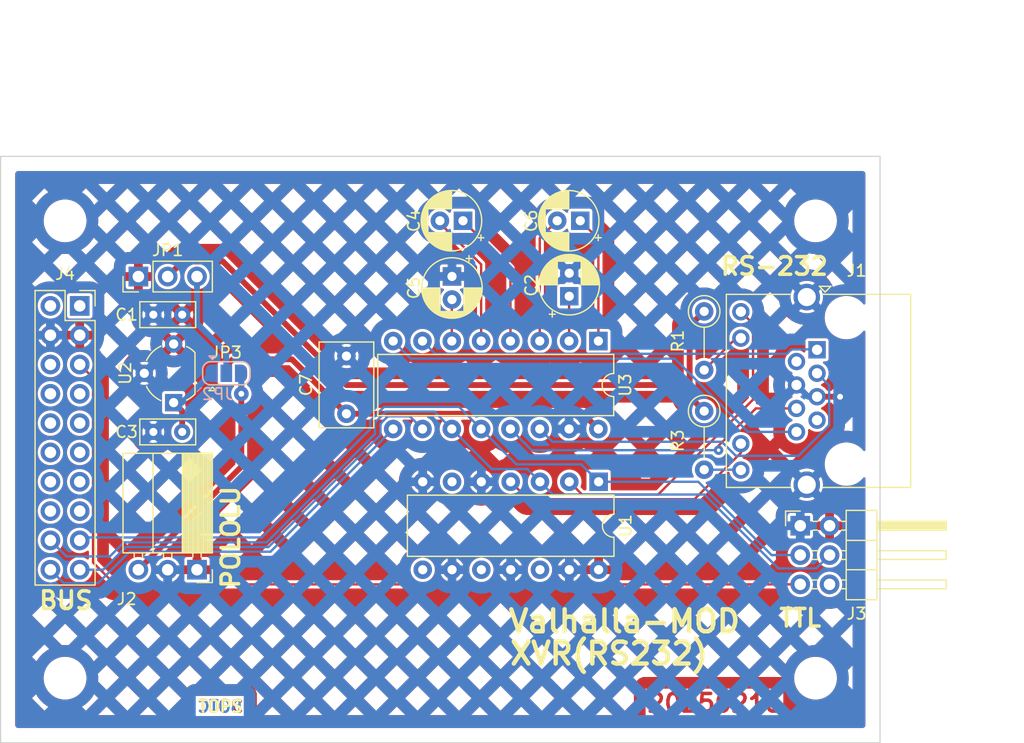
<source format=kicad_pcb>
(kicad_pcb (version 20240108) (generator "pcbnew") (generator_version "8.0")
  (title_block (title "Valhalla MOD PSU") (date "2025-01-06") (rev "1"))
  (layers (0 "F.Cu" signal) (31 "B.Cu" signal) (34 "B.Paste" user) (35 "F.Paste" user) (36 "B.SilkS" user "B.Silkscreen") (37 "F.SilkS" user "F.Silkscreen") (38 "B.Mask" user) (39 "F.Mask" user) (44 "Edge.Cuts" user))
  (net 0 "")
  (net 1 "/DGND")
  (net 2 "Net-(U3-VS+)")
  (net 3 "Net-(JP2-A)")
  (net 4 "/~{RTS}")
  (net 5 "Net-(U3-C2-)")
  (net 6 "Net-(U3-C2+)")
  (net 7 "/RXDI")
  (net 8 "Net-(U3-VS-)")
  (net 9 "Net-(U3-C1-)")
  (net 10 "Net-(U3-C1+)")
  (net 11 "/DVCC")
  (net 12 "/~{RESET}")
  (net 13 "/TXDO")
  (net 14 "Net-(U3-R2IN)")
  (net 16 "/~{DCD}")
  (net 18 "Net-(U3-T2OUT)")
  (net 19 "Net-(U3-R1IN)")
  (net 20 "Net-(U3-T1OUT)")
  (net 21 "Net-(J2-Pin_3)")
  (net 36 "/LVCC")
  (net 37 "Net-(JP1-B)")
  (net 38 "Net-(JP3-C)")
  (net 43 "Net-(J1-Pad11)")
  (net 44 "Net-(J1-Pad9)")
  (net 45 "Net-(J1-Pad10)")
  (net 46 "Net-(J1-Pad12)")
  (footprint "Capacitor_THT:C_Rect_L4.6mm_W2.0mm_P2.50mm_MKS02_FKP02" (layer "F.Cu") (at 84.316 59.436 180)
    (property "Reference" "C3" (at 4.814 0 0) (layer "F.SilkS"))
    (property "Value" "0.1uF")
    (pad "1" thru_hole circle (at 0 0 180) (size 1.4 1.4) (drill 0.7) (layers "*.Cu" "*.Mask") (net 3 "Net-(JP2-A)"))
    (pad "2" thru_hole circle (at 2.5 0 180) (size 1.4 1.4) (drill 0.7) (layers "*.Cu" "*.Mask") (net 1 "/DGND"))
  )
  (footprint "Capacitor_THT:CP_Radial_D5.0mm_P2.00mm" (layer "F.Cu") (at 108.646113 41.138 180)
    (property "Reference" "C4" (at 4.252113 -0.01 90) (layer "F.SilkS"))
    (property "Value" "1uF")
    (pad "1" thru_hole rect (at 0 0 180) (size 1.6 1.6) (drill 0.8) (layers "*.Cu" "*.Mask") (net 6 "Net-(U3-C2+)"))
    (pad "2" thru_hole circle (at 2 0 180) (size 1.6 1.6) (drill 0.8) (layers "*.Cu" "*.Mask") (net 5 "Net-(U3-C2-)"))
  )
  (footprint "MountingHole:MountingHole_3.2mm_M3_ISO7380" (layer "F.Cu") (at 139.192 41.148)
    (property "Reference" "H1" (hide yes))
    (property "Value" "UI")
    (pad "" np_thru_hole circle (at 0 0) (size 3.2 3.2) (drill 3.2) (layers "*.Cu" "*.Mask"))
  )
  (footprint "Package_DIP:DIP-16_W7.62mm" (layer "F.Cu") (at 120.376 51.562 -90)
    (property "Reference" "U3" (at 3.81 -2.33 90) (layer "F.SilkS"))
    (property "Value" "*2")
    (pad "1" thru_hole rect (at 0 0 270) (size 1.6 1.6) (drill 0.8) (layers "*.Cu" "*.Mask") (net 10 "Net-(U3-C1+)"))
    (pad "2" thru_hole oval (at 0 2.54 270) (size 1.6 1.6) (drill 0.8) (layers "*.Cu" "*.Mask") (net 2 "Net-(U3-VS+)"))
    (pad "3" thru_hole oval (at 0 5.08 270) (size 1.6 1.6) (drill 0.8) (layers "*.Cu" "*.Mask") (net 9 "Net-(U3-C1-)"))
    (pad "4" thru_hole oval (at 0 7.62 270) (size 1.6 1.6) (drill 0.8) (layers "*.Cu" "*.Mask") (net 6 "Net-(U3-C2+)"))
    (pad "5" thru_hole oval (at 0 10.16 270) (size 1.6 1.6) (drill 0.8) (layers "*.Cu" "*.Mask") (net 5 "Net-(U3-C2-)"))
    (pad "6" thru_hole oval (at 0 12.7 270) (size 1.6 1.6) (drill 0.8) (layers "*.Cu" "*.Mask") (net 8 "Net-(U3-VS-)"))
    (pad "7" thru_hole oval (at 0 15.24 270) (size 1.6 1.6) (drill 0.8) (layers "*.Cu" "*.Mask") (net 18 "Net-(U3-T2OUT)"))
    (pad "8" thru_hole oval (at 0 17.78 270) (size 1.6 1.6) (drill 0.8) (layers "*.Cu" "*.Mask") (net 14 "Net-(U3-R2IN)"))
    (pad "9" thru_hole oval (at 7.62 17.78 270) (size 1.6 1.6) (drill 0.8) (layers "*.Cu" "*.Mask") (net 16 "/~{DCD}"))
    (pad "10" thru_hole oval (at 7.62 15.24 270) (size 1.6 1.6) (drill 0.8) (layers "*.Cu" "*.Mask") (net 4 "/~{RTS}"))
    (pad "11" thru_hole oval (at 7.62 12.7 270) (size 1.6 1.6) (drill 0.8) (layers "*.Cu" "*.Mask") (net 13 "/TXDO"))
    (pad "12" thru_hole oval (at 7.62 10.16 270) (size 1.6 1.6) (drill 0.8) (layers "*.Cu" "*.Mask") (net 7 "/RXDI"))
    (pad "13" thru_hole oval (at 7.62 7.62 270) (size 1.6 1.6) (drill 0.8) (layers "*.Cu" "*.Mask") (net 19 "Net-(U3-R1IN)"))
    (pad "14" thru_hole oval (at 7.62 5.08 270) (size 1.6 1.6) (drill 0.8) (layers "*.Cu" "*.Mask") (net 20 "Net-(U3-T1OUT)"))
    (pad "15" thru_hole oval (at 7.62 2.54 270) (size 1.6 1.6) (drill 0.8) (layers "*.Cu" "*.Mask") (net 1 "/DGND"))
    (pad "16" thru_hole oval (at 7.62 0 270) (size 1.6 1.6) (drill 0.8) (layers "*.Cu" "*.Mask") (net 38 "Net-(JP3-C)"))
  )
  (footprint "Package_DIP:DIP-14_W7.62mm" (layer "F.Cu") (at 120.396 63.754 -90)
    (property "Reference" "U1" (at 3.81 -2.33 90) (layer "F.SilkS"))
    (property "Value" "74LS06")
    (pad "1" thru_hole rect (at 0 0 270) (size 1.6 1.6) (drill 0.8) (layers "*.Cu" "*.Mask") (net 7 "/RXDI"))
    (pad "2" thru_hole oval (at 0 2.54 270) (size 1.6 1.6) (drill 0.8) (layers "*.Cu" "*.Mask") (net 44 "Net-(J1-Pad9)"))
    (pad "3" thru_hole oval (at 0 5.08 270) (size 1.6 1.6) (drill 0.8) (layers "*.Cu" "*.Mask") (net 13 "/TXDO"))
    (pad "4" thru_hole oval (at 0 7.62 270) (size 1.6 1.6) (drill 0.8) (layers "*.Cu" "*.Mask") (net 43 "Net-(J1-Pad11)"))
    (pad "5" thru_hole oval (at 0 10.16 270) (size 1.6 1.6) (drill 0.8) (layers "*.Cu" "*.Mask") (net 1 "/DGND"))
    (pad "6" thru_hole oval (at 0 12.7 270) (size 1.6 1.6) (drill 0.8) (layers "*.Cu" "*.Mask"))
    (pad "7" thru_hole oval (at 0 15.24 270) (size 1.6 1.6) (drill 0.8) (layers "*.Cu" "*.Mask") (net 1 "/DGND"))
    (pad "8" thru_hole oval (at 7.62 15.24 270) (size 1.6 1.6) (drill 0.8) (layers "*.Cu" "*.Mask"))
    (pad "9" thru_hole oval (at 7.62 12.7 270) (size 1.6 1.6) (drill 0.8) (layers "*.Cu" "*.Mask") (net 1 "/DGND"))
    (pad "10" thru_hole oval (at 7.62 10.16 270) (size 1.6 1.6) (drill 0.8) (layers "*.Cu" "*.Mask"))
    (pad "11" thru_hole oval (at 7.62 7.62 270) (size 1.6 1.6) (drill 0.8) (layers "*.Cu" "*.Mask") (net 1 "/DGND"))
    (pad "12" thru_hole oval (at 7.62 5.08 270) (size 1.6 1.6) (drill 0.8) (layers "*.Cu" "*.Mask"))
    (pad "13" thru_hole oval (at 7.62 2.54 270) (size 1.6 1.6) (drill 0.8) (layers "*.Cu" "*.Mask") (net 1 "/DGND"))
    (pad "14" thru_hole oval (at 7.62 0 270) (size 1.6 1.6) (drill 0.8) (layers "*.Cu" "*.Mask") (net 11 "/DVCC"))
  )
  (footprint "Capacitor_THT:C_Rect_L7.2mm_W4.5mm_P5.00mm_FKS2_FKP2_MKS2_MKP2" (layer "F.Cu") (at 98.547 57.862 90)
    (property "Reference" "C7" (at 2.5 -3.5 90) (layer "F.SilkS"))
    (property "Value" "0.1uF")
    (pad "1" thru_hole circle (at 0 0 90) (size 1.6 1.6) (drill 0.8) (layers "*.Cu" "*.Mask") (net 38 "Net-(JP3-C)"))
    (pad "2" thru_hole circle (at 5 0 90) (size 1.6 1.6) (drill 0.8) (layers "*.Cu" "*.Mask") (net 1 "/DGND"))
  )
  (footprint "Capacitor_THT:C_Rect_L4.6mm_W2.0mm_P2.50mm_MKS02_FKP02" (layer "F.Cu") (at 84.316 49.276 180)
    (property "Reference" "C1" (at 4.814 0 0) (layer "F.SilkS"))
    (property "Value" "330nF")
    (pad "1" thru_hole circle (at 0 0 180) (size 1.4 1.4) (drill 0.7) (layers "*.Cu" "*.Mask") (net 11 "/DVCC"))
    (pad "2" thru_hole circle (at 2.5 0 180) (size 1.4 1.4) (drill 0.7) (layers "*.Cu" "*.Mask") (net 1 "/DGND"))
  )
  (footprint "Connector_RJ:RJ45_Amphenol_RJHSE538X" (layer "F.Cu") (at 139.321 52.32 -90)
    (property "Reference" "J1" (at -6.854 -3.427 180) (layer "F.SilkS"))
    (property "Value" "RS-232")
    (pad "" np_thru_hole circle (at -2.79 -2.54 270) (size 3.25 3.25) (drill 3.25) (layers "*.Cu" "*.Mask"))
    (pad "" np_thru_hole circle (at 9.91 -2.54 270) (size 3.25 3.25) (drill 3.25) (layers "*.Cu" "*.Mask"))
    (pad "1" thru_hole rect (at 0 0 270) (size 1.5 1.5) (drill 0.89) (layers "*.Cu" "*.Mask") (net 18 "Net-(U3-T2OUT)"))
    (pad "2" thru_hole circle (at 1.016 1.78 270) (size 1.5 1.5) (drill 0.89) (layers "*.Cu" "*.Mask"))
    (pad "3" thru_hole circle (at 2.032 0 270) (size 1.5 1.5) (drill 0.89) (layers "*.Cu" "*.Mask") (net 20 "Net-(U3-T1OUT)"))
    (pad "4" thru_hole circle (at 3.048 1.78 270) (size 1.5 1.5) (drill 0.89) (layers "*.Cu" "*.Mask") (net 1 "/DGND"))
    (pad "5" thru_hole circle (at 4.064 0 270) (size 1.5 1.5) (drill 0.89) (layers "*.Cu" "*.Mask") (net 1 "/DGND"))
    (pad "6" thru_hole circle (at 5.08 1.78 270) (size 1.5 1.5) (drill 0.89) (layers "*.Cu" "*.Mask") (net 19 "Net-(U3-R1IN)"))
    (pad "7" thru_hole circle (at 6.096 0 270) (size 1.5 1.5) (drill 0.89) (layers "*.Cu" "*.Mask"))
    (pad "8" thru_hole circle (at 7.112 1.78 270) (size 1.5 1.5) (drill 0.89) (layers "*.Cu" "*.Mask") (net 14 "Net-(U3-R2IN)"))
    (pad "9" thru_hole circle (at -3.3 6.6 270) (size 1.5 1.5) (drill 0.89) (layers "*.Cu" "*.Mask") (net 44 "Net-(J1-Pad9)"))
    (pad "10" thru_hole circle (at -1.01 6.6 270) (size 1.5 1.5) (drill 0.89) (layers "*.Cu" "*.Mask") (net 45 "Net-(J1-Pad10)"))
    (pad "11" thru_hole circle (at 8.13 6.6 270) (size 1.5 1.5) (drill 0.89) (layers "*.Cu" "*.Mask") (net 43 "Net-(J1-Pad11)"))
    (pad "12" thru_hole circle (at 10.42 6.6 270) (size 1.5 1.5) (drill 0.89) (layers "*.Cu" "*.Mask") (net 46 "Net-(J1-Pad12)"))
    (pad "SH" thru_hole circle (at -4.57 0.89 270) (size 2.3 2.3) (drill 1.57) (layers "*.Cu" "*.Mask") (net 1 "/DGND"))
    (pad "SH" thru_hole circle (at 11.69 0.89 270) (size 2.3 2.3) (drill 1.57) (layers "*.Cu" "*.Mask") (net 1 "/DGND"))
  )
  (footprint "Connector_PinHeader_2.54mm:PinHeader_1x03_P2.54mm_Vertical" (layer "F.Cu") (at 80.518 45.974 90)
    (property "Reference" "JP1" (at 2.286 2.54 180) (layer "F.SilkS"))
    (property "Value" "LED_VCC3")
    (pad "1" thru_hole rect (at 0 0 90) (size 1.7 1.7) (drill 1) (layers "*.Cu" "*.Mask") (net 11 "/DVCC"))
    (pad "2" thru_hole oval (at 0 2.54 90) (size 1.7 1.7) (drill 1) (layers "*.Cu" "*.Mask") (net 36 "/LVCC"))
    (pad "3" thru_hole oval (at 0 5.08 90) (size 1.7 1.7) (drill 1) (layers "*.Cu" "*.Mask") (net 37 "Net-(JP1-B)"))
  )
  (footprint "Capacitor_THT:CP_Radial_D5.0mm_P2.00mm" (layer "F.Cu") (at 107.691 45.964 -90)
    (property "Reference" "C5" (at 1 3.297 90) (layer "F.SilkS"))
    (property "Value" "1uF")
    (pad "1" thru_hole rect (at 0 0 270) (size 1.6 1.6) (drill 0.8) (layers "*.Cu" "*.Mask") (net 1 "/DGND"))
    (pad "2" thru_hole circle (at 2 0 270) (size 1.6 1.6) (drill 0.8) (layers "*.Cu" "*.Mask") (net 8 "Net-(U3-VS-)"))
  )
  (footprint "Connector_PinHeader_2.54mm:PinHeader_2x03_P2.54mm_Horizontal" (layer "F.Cu") (at 137.865 67.564)
    (property "Reference" "J3" (at 4.883 7.62 0) (layer "F.SilkS"))
    (property "Value" "TTL")
    (pad "1" thru_hole rect (at 0 0) (size 1.7 1.7) (drill 1) (layers "*.Cu" "*.Mask") (net 1 "/DGND"))
    (pad "2" thru_hole oval (at 2.54 0) (size 1.7 1.7) (drill 1) (layers "*.Cu" "*.Mask") (net 11 "/DVCC"))
    (pad "3" thru_hole oval (at 0 2.54) (size 1.7 1.7) (drill 1) (layers "*.Cu" "*.Mask") (net 7 "/RXDI"))
    (pad "4" thru_hole oval (at 2.54 2.54) (size 1.7 1.7) (drill 1) (layers "*.Cu" "*.Mask") (net 13 "/TXDO"))
    (pad "5" thru_hole oval (at 0 5.08) (size 1.7 1.7) (drill 1) (layers "*.Cu" "*.Mask") (net 12 "/~{RESET}"))
    (pad "6" thru_hole oval (at 2.54 5.08) (size 1.7 1.7) (drill 1) (layers "*.Cu" "*.Mask"))
  )
  (footprint "Resistor_THT:R_Axial_DIN0207_L6.3mm_D2.5mm_P5.08mm_Vertical" (layer "F.Cu") (at 129.54 57.629 -90)
    (property "Reference" "R3" (at 2.569 2.286 90) (layer "F.SilkS"))
    (property "Value" "*1")
    (pad "1" thru_hole circle (at 0 0 270) (size 1.6 1.6) (drill 0.8) (layers "*.Cu" "*.Mask") (net 36 "/LVCC"))
    (pad "2" thru_hole oval (at 5.08 0 270) (size 1.6 1.6) (drill 0.8) (layers "*.Cu" "*.Mask") (net 46 "Net-(J1-Pad12)"))
  )
  (footprint "Jumper:SolderJumper-3_P1.3mm_Open_RoundedPad1.0x1.5mm" (layer "F.Cu") (at 88.138 54.356)
    (property "Reference" "JP3" (at 0 -1.8 360) (layer "F.SilkS"))
    (property "Value" "XVR_VCC")
    (pad "1" smd custom (at -1.3 0) (size 1 0.5) (layers "F.Cu" "F.Mask") (net 11 "/DVCC") (options (clearance outline) (anchor rect)) (primitives (gr_circle (center 0 0.25) (end 0.5 0.25) (width 0) (fill yes)) (gr_circle (center 0 -0.25) (end 0.5 -0.25) (width 0) (fill yes)) (gr_poly (pts (xy 0.55 0.75) (xy 0 0.75) (xy 0 -0.75) (xy 0.55 -0.75)) (width 0) (fill yes))))
    (pad "2" smd rect (at 0 0) (size 1 1.5) (layers "F.Cu" "F.Mask") (net 38 "Net-(JP3-C)"))
    (pad "3" smd custom (at 1.3 0) (size 1 0.5) (layers "F.Cu" "F.Mask") (net 21 "Net-(J2-Pin_3)") (options (clearance outline) (anchor rect)) (primitives (gr_circle (center 0 0.25) (end 0.5 0.25) (width 0) (fill yes)) (gr_circle (center 0 -0.25) (end 0.5 -0.25) (width 0) (fill yes)) (gr_poly (pts (xy 0 0.75) (xy -0.55 0.75) (xy -0.55 -0.75) (xy 0 -0.75)) (width 0) (fill yes))))
  )
  (footprint "MountingHole:MountingHole_3.2mm_M3_ISO7380" (layer "F.Cu") (at 74.168 80.772)
    (property "Reference" "H4" (hide yes))
    (property "Value" "BUS")
    (pad "" np_thru_hole circle (at 0 0) (size 3.2 3.2) (drill 3.2) (layers "*.Cu" "*.Mask"))
  )
  (footprint "Capacitor_THT:CP_Radial_D5.0mm_P2.00mm" (layer "F.Cu") (at 118.806113 41.138 180)
    (property "Reference" "C6" (at 4.252113 -0.01 90) (layer "F.SilkS"))
    (property "Value" "1uF")
    (pad "1" thru_hole rect (at 0 0 180) (size 1.6 1.6) (drill 0.8) (layers "*.Cu" "*.Mask") (net 10 "Net-(U3-C1+)"))
    (pad "2" thru_hole circle (at 2 0 180) (size 1.6 1.6) (drill 0.8) (layers "*.Cu" "*.Mask") (net 9 "Net-(U3-C1-)"))
  )
  (footprint "Connector_PinSocket_2.54mm:PinSocket_1x03_P2.54mm_Horizontal" (layer "F.Cu") (at 85.598 71.374 -90)
    (property "Reference" "J2" (at 2.54 6.096 180) (layer "F.SilkS"))
    (property "Value" "POLOLU-4941")
    (pad "1" thru_hole rect (at 0 0 270) (size 1.7 1.7) (drill 1) (layers "*.Cu" "*.Mask") (net 11 "/DVCC"))
    (pad "2" thru_hole oval (at 0 2.54 270) (size 1.7 1.7) (drill 1) (layers "*.Cu" "*.Mask") (net 1 "/DGND"))
    (pad "3" thru_hole oval (at 0 5.08 270) (size 1.7 1.7) (drill 1) (layers "*.Cu" "*.Mask") (net 21 "Net-(J2-Pin_3)"))
  )
  (footprint "Resistor_THT:R_Axial_DIN0207_L6.3mm_D2.5mm_P5.08mm_Vertical" (layer "F.Cu") (at 129.54 48.993 -90)
    (property "Reference" "R1" (at 2.569 2.286 90) (layer "F.SilkS"))
    (property "Value" "*1")
    (pad "1" thru_hole circle (at 0 0 270) (size 1.6 1.6) (drill 0.8) (layers "*.Cu" "*.Mask") (net 36 "/LVCC"))
    (pad "2" thru_hole oval (at 5.08 0 270) (size 1.6 1.6) (drill 0.8) (layers "*.Cu" "*.Mask") (net 45 "Net-(J1-Pad10)"))
  )
  (footprint "MountingHole:MountingHole_3.2mm_M3_ISO7380" (layer "F.Cu") (at 139.192 80.772)
    (property "Reference" "H2" (hide yes))
    (property "Value" "UI")
    (pad "" np_thru_hole circle (at 0 0) (size 3.2 3.2) (drill 3.2) (layers "*.Cu" "*.Mask"))
  )
  (footprint "Connector_PinSocket_2.54mm:PinSocket_2x10_P2.54mm_Vertical" (layer "F.Cu") (at 75.438 48.514)
    (property "Reference" "J4" (at -1.27 -2.77 0) (layer "F.SilkS"))
    (property "Value" "BUS")
    (pad "1" thru_hole rect (at 0 0) (size 1.7 1.7) (drill 1) (layers "*.Cu" "*.Mask"))
    (pad "2" thru_hole oval (at -2.54 0) (size 1.7 1.7) (drill 1) (layers "*.Cu" "*.Mask"))
    (pad "3" thru_hole oval (at 0 2.54) (size 1.7 1.7) (drill 1) (layers "*.Cu" "*.Mask") (net 11 "/DVCC"))
    (pad "4" thru_hole oval (at -2.54 2.54) (size 1.7 1.7) (drill 1) (layers "*.Cu" "*.Mask") (net 1 "/DGND"))
    (pad "5" thru_hole oval (at 0 5.08) (size 1.7 1.7) (drill 1) (layers "*.Cu" "*.Mask") (net 12 "/~{RESET}"))
    (pad "6" thru_hole oval (at -2.54 5.08) (size 1.7 1.7) (drill 1) (layers "*.Cu" "*.Mask"))
    (pad "7" thru_hole oval (at 0 7.62) (size 1.7 1.7) (drill 1) (layers "*.Cu" "*.Mask"))
    (pad "8" thru_hole oval (at -2.54 7.62) (size 1.7 1.7) (drill 1) (layers "*.Cu" "*.Mask"))
    (pad "9" thru_hole oval (at 0 10.16) (size 1.7 1.7) (drill 1) (layers "*.Cu" "*.Mask"))
    (pad "10" thru_hole oval (at -2.54 10.16) (size 1.7 1.7) (drill 1) (layers "*.Cu" "*.Mask"))
    (pad "11" thru_hole oval (at 0 12.7) (size 1.7 1.7) (drill 1) (layers "*.Cu" "*.Mask"))
    (pad "12" thru_hole oval (at -2.54 12.7) (size 1.7 1.7) (drill 1) (layers "*.Cu" "*.Mask"))
    (pad "13" thru_hole oval (at 0 15.24) (size 1.7 1.7) (drill 1) (layers "*.Cu" "*.Mask"))
    (pad "14" thru_hole oval (at -2.54 15.24) (size 1.7 1.7) (drill 1) (layers "*.Cu" "*.Mask"))
    (pad "15" thru_hole oval (at 0 17.78) (size 1.7 1.7) (drill 1) (layers "*.Cu" "*.Mask"))
    (pad "16" thru_hole oval (at -2.54 17.78) (size 1.7 1.7) (drill 1) (layers "*.Cu" "*.Mask"))
    (pad "17" thru_hole oval (at 0 20.32) (size 1.7 1.7) (drill 1) (layers "*.Cu" "*.Mask") (net 7 "/RXDI"))
    (pad "18" thru_hole oval (at -2.54 20.32) (size 1.7 1.7) (drill 1) (layers "*.Cu" "*.Mask") (net 13 "/TXDO"))
    (pad "19" thru_hole oval (at 0 22.86) (size 1.7 1.7) (drill 1) (layers "*.Cu" "*.Mask") (net 4 "/~{RTS}"))
    (pad "20" thru_hole oval (at -2.54 22.86) (size 1.7 1.7) (drill 1) (layers "*.Cu" "*.Mask") (net 16 "/~{DCD}"))
  )
  (footprint "Capacitor_THT:CP_Radial_D5.0mm_P2.00mm" (layer "F.Cu") (at 117.851 47.681113 90)
    (property "Reference" "C2" (at 0.945113 -3.297 90) (layer "F.SilkS"))
    (property "Value" "1uF")
    (pad "1" thru_hole rect (at 0 0 90) (size 1.6 1.6) (drill 0.8) (layers "*.Cu" "*.Mask") (net 2 "Net-(U3-VS+)"))
    (pad "2" thru_hole circle (at 2 0 90) (size 1.6 1.6) (drill 0.8) (layers "*.Cu" "*.Mask") (net 1 "/DGND"))
  )
  (footprint "Package_TO_SOT_THT:TO-92_Wide" (layer "F.Cu") (at 83.574 56.896 90)
    (property "Reference" "U2" (at 2.55 -4.19 90) (layer "F.SilkS"))
    (property "Value" "L78L33_TO92")
    (pad "1" thru_hole rect (at 0 0 90) (size 1.5 1.5) (drill 0.8) (layers "*.Cu" "*.Mask") (net 3 "Net-(JP2-A)"))
    (pad "2" thru_hole circle (at 2.54 -2.54 90) (size 1.5 1.5) (drill 0.8) (layers "*.Cu" "*.Mask") (net 1 "/DGND"))
    (pad "3" thru_hole circle (at 5.08 0 90) (size 1.5 1.5) (drill 0.8) (layers "*.Cu" "*.Mask") (net 11 "/DVCC"))
  )
  (footprint "MountingHole:MountingHole_3.2mm_M3_ISO7380" (layer "F.Cu") (at 74.168 41.148)
    (property "Reference" "H3" (hide yes))
    (property "Value" "BUS")
    (pad "" np_thru_hole circle (at 0 0) (size 3.2 3.2) (drill 3.2) (layers "*.Cu" "*.Mask"))
  )
  (footprint "Jumper:SolderJumper-3_P1.3mm_Open_RoundedPad1.0x1.5mm" (layer "B.Cu") (at 88.138 54.356)
    (property "Reference" "JP2" (at -0.762 1.8 360) (layer "B.SilkS") (effects (justify mirror)))
    (property "Value" "LED_VCC5")
    (pad "1" smd custom (at -1.3 0) (size 1 0.5) (layers "B.Cu" "B.Mask") (net 3 "Net-(JP2-A)") (options (clearance outline) (anchor rect)) (primitives (gr_circle (center 0 -0.25) (end 0.5 -0.25) (width 0) (fill yes)) (gr_circle (center 0 0.25) (end 0.5 0.25) (width 0) (fill yes)) (gr_poly (pts (xy 0.55 -0.75) (xy 0 -0.75) (xy 0 0.75) (xy 0.55 0.75)) (width 0) (fill yes))))
    (pad "2" smd rect (at 0 0) (size 1 1.5) (layers "B.Cu" "B.Mask") (net 37 "Net-(JP1-B)"))
    (pad "3" smd custom (at 1.3 0) (size 1 0.5) (layers "B.Cu" "B.Mask") (net 21 "Net-(J2-Pin_3)") (options (clearance outline) (anchor rect)) (primitives (gr_circle (center 0 -0.25) (end 0.5 -0.25) (width 0) (fill yes)) (gr_circle (center 0 0.25) (end 0.5 0.25) (width 0) (fill yes)) (gr_poly (pts (xy 0 -0.75) (xy -0.55 -0.75) (xy -0.55 0.75) (xy 0 0.75)) (width 0) (fill yes))))
  )
  (gr_rect (start 68.58 35.56) (end 144.78 86.36) (stroke (width 0.1)) (fill none) (layer "Edge.Cuts"))
  (gr_text "20250216" (at 124.46 83.82 0) (layer "F.Cu") (effects (font (size 1.524 1.524) (thickness 0.3048) (bold yes)) (justify left bottom)))
  (gr_text "TOPC" (at 85.598 83.82 0) (layer "F.Cu") (effects (font (size 1.016 1.016) (thickness 0.2032) (bold yes)) (justify left bottom)))
  (gr_text "BOTC" (at 89.662 83.82 0) (layer "B.Cu") (effects (font (size 1.016 1.016) (thickness 0.2032) (bold yes)) (justify left bottom mirror)))
  (gr_text "POLOLU" (at 89.408 73.152 90) (layer "F.SilkS") (effects (font (size 1.524 1.524) (thickness 0.3048) (bold yes)) (justify left bottom)))
  (gr_text "RS-232" (at 130.81 45.974 0) (layer "F.SilkS") (effects (font (size 1.524 1.524) (thickness 0.3048) (bold yes)) (justify left bottom)))
  (gr_text "BUS" (at 71.755 74.93 0) (layer "F.SilkS") (effects (font (size 1.524 1.524) (thickness 0.3048) (bold yes)) (justify left bottom)))
  (gr_text "XVR(RS232)" (at 112.522 79.756 0) (layer "F.SilkS") (effects (font (size 1.905 1.905) (thickness 0.381) (bold yes)) (justify left bottom)))
  (gr_text "Valhalla-MOD" (at 112.395 76.962 0) (layer "F.SilkS") (effects (font (size 1.905 1.905) (thickness 0.381) (bold yes)) (justify left bottom)))
  (gr_text "TOPS" (at 85.598 83.82 0) (layer "F.SilkS") (effects (font (size 1.016 1.016) (thickness 0.2032) (bold yes)) (justify left bottom)))
  (gr_text "TTL" (at 135.89 76.454 0) (layer "F.SilkS") (effects (font (size 1.524 1.524) (thickness 0.3048) (bold yes)) (justify left bottom)))
  (segment (start 139.321 56.384) (end 141.3116 56.384) (width 0.508) (layer "F.Cu") (net 1))
  (segment (start 141.3116 56.384) (end 141.3156 56.388) (width 0.508) (layer "F.Cu") (net 1))
  (via (at 141.3156 56.388) (size 1.27) (drill 0.508) (layers "F.Cu" "B.Cu") (net 1))
  (segment (start 138.557 56.384) (end 137.541 55.368) (width 0.508) (layer "B.Cu") (net 1))
  (segment (start 139.321 56.384) (end 138.557 56.384) (width 0.508) (layer "B.Cu") (net 1))
  (segment (start 117.836 47.696113) (end 117.851 47.681113) (width 0.2032) (layer "F.Cu") (net 2))
  (segment (start 117.836 51.562) (end 117.836 47.696113) (width 0.2032) (layer "F.Cu") (net 2))
  (segment (start 83.574 56.896) (end 84.316 57.638) (width 0.508) (layer "F.Cu") (net 3))
  (segment (start 84.316 57.638) (end 84.316 59.436) (width 0.508) (layer "F.Cu") (net 3))
  (segment (start 84.298 56.896) (end 83.574 56.896) (width 0.508) (layer "B.Cu") (net 3))
  (segment (start 86.838 54.356) (end 84.298 56.896) (width 0.508) (layer "B.Cu") (net 3))
  (segment (start 101.4912 59.712064) (end 101.4912 58.724376) (width 0.2032) (layer "B.Cu") (net 4))
  (segment (start 104.0312 58.0772) (end 105.136 59.182) (width 0.2032) (layer "B.Cu") (net 4))
  (segment (start 91.796864 69.4064) (end 101.4912 59.712064) (width 0.2032) (layer "B.Cu") (net 4))
  (segment (start 102.138376 58.0772) (end 104.0312 58.0772) (width 0.2032) (layer "B.Cu") (net 4))
  (segment (start 101.4912 58.724376) (end 102.138376 58.0772) (width 0.2032) (layer "B.Cu") (net 4))
  (segment (start 77.47 71.374) (end 79.4376 69.4064) (width 0.2032) (layer "B.Cu") (net 4))
  (segment (start 79.4376 69.4064) (end 91.796864 69.4064) (width 0.2032) (layer "B.Cu") (net 4))
  (segment (start 75.438 71.374) (end 77.47 71.374) (width 0.2032) (layer "B.Cu") (net 4))
  (segment (start 110.216 44.917487) (end 106.646113 41.3476) (width 0.2032) (layer "F.Cu") (net 5))
  (segment (start 110.216 51.562) (end 110.216 44.917487) (width 0.2032) (layer "F.Cu") (net 5))
  (segment (start 106.646113 41.3476) (end 106.646113 41.138) (width 0.2032) (layer "F.Cu") (net 5))
  (segment (start 112.756 45.247887) (end 108.646113 41.138) (width 0.2032) (layer "F.Cu") (net 6))
  (segment (start 112.756 51.562) (end 112.756 45.247887) (width 0.2032) (layer "F.Cu") (net 6))
  (segment (start 100.608864 58.45724) (end 100.608864 59.182) (width 0.2032) (layer "B.Cu") (net 7))
  (segment (start 110.216 59.182) (end 108.2984 57.2644) (width 0.2032) (layer "B.Cu") (net 7))
  (segment (start 108.2984 57.2644) (end 101.801704 57.2644) (width 0.2032) (layer "B.Cu") (net 7))
  (segment (start 120.396 63.754) (end 129.032 63.754) (width 0.2032) (layer "B.Cu") (net 7))
  (segment (start 101.801704 57.2644) (end 100.608864 58.45724) (width 0.2032) (layer "B.Cu") (net 7))
  (segment (start 100.608864 59.182) (end 91.210864 68.58) (width 0.2032) (layer "B.Cu") (net 7))
  (segment (start 129.032 63.754) (end 135.382 70.104) (width 0.2032) (layer "B.Cu") (net 7))
  (segment (start 110.216 59.182) (end 113.2768 62.2428) (width 0.2032) (layer "B.Cu") (net 7))
  (segment (start 118.8848 62.2428) (end 120.396 63.754) (width 0.2032) (layer "B.Cu") (net 7))
  (segment (start 91.210864 68.58) (end 75.692 68.58) (width 0.2032) (layer "B.Cu") (net 7))
  (segment (start 75.692 68.58) (end 75.438 68.834) (width 0.2032) (layer "B.Cu") (net 7))
  (segment (start 113.2768 62.2428) (end 118.8848 62.2428) (width 0.2032) (layer "B.Cu") (net 7))
  (segment (start 135.382 70.104) (end 137.865 70.104) (width 0.2032) (layer "B.Cu") (net 7))
  (segment (start 107.676 51.562) (end 107.676 47.979) (width 0.2032) (layer "F.Cu") (net 8))
  (segment (start 107.676 47.979) (end 107.691 47.964) (width 0.2032) (layer "F.Cu") (net 8))
  (segment (start 115.296 42.648113) (end 116.806113 41.138) (width 0.2032) (layer "F.Cu") (net 9))
  (segment (start 115.296 51.562) (end 115.296 42.648113) (width 0.2032) (layer "F.Cu") (net 9))
  (segment (start 120.376 51.562) (end 120.376 42.707887) (width 0.2032) (layer "F.Cu") (net 10))
  (segment (start 120.376 42.707887) (end 118.806113 41.138) (width 0.2032) (layer "F.Cu") (net 10))
  (segment (start 75.438 53.594) (end 76.5928 54.7488) (width 0.2032) (layer "F.Cu") (net 12))
  (segment (start 76.5928 70.7508) (end 78.486 72.644) (width 0.2032) (layer "F.Cu") (net 12))
  (segment (start 76.5928 54.7488) (end 76.5928 70.7508) (width 0.2032) (layer "F.Cu") (net 12))
  (segment (start 78.486 72.644) (end 137.865 72.644) (width 0.2032) (layer "F.Cu") (net 12))
  (segment (start 101.97004 57.6708) (end 101.015264 58.625576) (width 0.2032) (layer "B.Cu") (net 13))
  (segment (start 116.4208 64.8588) (end 129.562064 64.8588) (width 0.2032) (layer "B.Cu") (net 13))
  (segment (start 101.015264 59.613264) (end 91.628528 69) (width 0.2032) (layer "B.Cu") (net 13))
  (segment (start 79.269264 69) (end 78.325632 69.943632) (width 0.2032) (layer "B.Cu") (net 13))
  (segment (start 78.050064 70.2192) (end 78.325632 69.943632) (width 0.2032) (layer "B.Cu") (net 13))
  (segment (start 74.2832 70.2192) (end 78.050064 70.2192) (width 0.2032) (layer "B.Cu") (net 13))
  (segment (start 101.015264 58.625576) (end 101.015264 59.613264) (width 0.2032) (layer "B.Cu") (net 13))
  (segment (start 139.2502 71.2588) (end 140.405 70.104) (width 0.2032) (layer "B.Cu") (net 13))
  (segment (start 72.898 68.834) (end 74.2832 70.2192) (width 0.2032) (layer "B.Cu") (net 13))
  (segment (start 91.628528 69) (end 90.17 69) (width 0.2032) (layer "B.Cu") (net 13))
  (segment (start 90.17 69) (end 79.269264 69) (width 0.2032) (layer "B.Cu") (net 13))
  (segment (start 129.562064 64.8588) (end 135.962064 71.2588) (width 0.2032) (layer "B.Cu") (net 13))
  (segment (start 107.676 59.182) (end 111.1432 62.6492) (width 0.2032) (layer "B.Cu") (net 13))
  (segment (start 107.676 59.182) (end 106.1648 57.6708) (width 0.2032) (layer "B.Cu") (net 13))
  (segment (start 106.1648 57.6708) (end 101.97004 57.6708) (width 0.2032) (layer "B.Cu") (net 13))
  (segment (start 114.2112 62.6492) (end 115.316 63.754) (width 0.2032) (layer "B.Cu") (net 13))
  (segment (start 135.962064 71.2588) (end 139.2502 71.2588) (width 0.2032) (layer "B.Cu") (net 13))
  (segment (start 115.316 63.754) (end 116.4208 64.8588) (width 0.2032) (layer "B.Cu") (net 13))
  (segment (start 111.1432 62.6492) (end 114.2112 62.6492) (width 0.2032) (layer "B.Cu") (net 13))
  (segment (start 102.596 51.562) (end 104.12 53.086) (width 0.2032) (layer "B.Cu") (net 14))
  (segment (start 133.336576 59.432) (end 137.541 59.432) (width 0.2032) (layer "B.Cu") (net 14))
  (segment (start 104.12 53.086) (end 126.990576 53.086) (width 0.2032) (layer "B.Cu") (net 14))
  (segment (start 126.990576 53.086) (end 133.336576 59.432) (width 0.2032) (layer "B.Cu") (net 14))
  (segment (start 102.596 59.182) (end 91.9652 69.8128) (width 0.2032) (layer "B.Cu") (net 16))
  (segment (start 91.9652 69.8128) (end 79.756 69.8128) (width 0.2032) (layer "B.Cu") (net 16))
  (segment (start 74.0528 72.5288) (end 77.04 72.5288) (width 0.2032) (layer "B.Cu") (net 16))
  (segment (start 77.04 72.5288) (end 79.756 69.8128) (width 0.2032) (layer "B.Cu") (net 16))
  (segment (start 72.898 71.374) (end 74.0528 72.5288) (width 0.2032) (layer "B.Cu") (net 16))
  (segment (start 106.2408 52.6668) (end 136.718487 52.6668) (width 0.2032) (layer "B.Cu") (net 18))
  (segment (start 136.718487 52.6668) (end 137.104087 52.2812) (width 0.2032) (layer "B.Cu") (net 18))
  (segment (start 105.136 51.562) (end 106.2408 52.6668) (width 0.2032) (layer "B.Cu") (net 18))
  (segment (start 139.2822 52.2812) (end 139.321 52.32) (width 0.2032) (layer "B.Cu") (net 18))
  (segment (start 137.104087 52.2812) (end 139.2822 52.2812) (width 0.2032) (layer "B.Cu") (net 18))
  (segment (start 134.016988 57.400001) (end 134.016988 57.4) (width 0.2032) (layer "F.Cu") (net 19))
  (segment (start 130.790749 61.017251) (end 130.790749 60.62624) (width 0.2032) (layer "F.Cu") (net 19))
  (segment (start 137.541 57.4) (end 134.016988 57.4) (width 0.2032) (layer "F.Cu") (net 19))
  (segment (start 130.790749 60.62624) (end 134.016988 57.400001) (width 0.2032) (layer "F.Cu") (net 19))
  (via (at 130.790749 61.017251) (size 0.8128) (drill 0.3048) (layers "F.Cu" "B.Cu") (net 19))
  (segment (start 114.591251 61.017251) (end 130.790749 61.017251) (width 0.2032) (layer "B.Cu") (net 19))
  (segment (start 112.756 59.182) (end 114.591251 61.017251) (width 0.2032) (layer "B.Cu") (net 19))
  (segment (start 137.723913 61.5048) (end 140.3758 58.852913) (width 0.2032) (layer "B.Cu") (net 20))
  (segment (start 116.4008 60.2868) (end 131.066087 60.2868) (width 0.2032) (layer "B.Cu") (net 20))
  (segment (start 140.3758 55.4068) (end 139.321 54.352) (width 0.2032) (layer "B.Cu") (net 20))
  (segment (start 115.296 59.182) (end 116.4008 60.2868) (width 0.2032) (layer "B.Cu") (net 20))
  (segment (start 131.066087 60.2868) (end 131.137941 60.358654) (width 0.2032) (layer "B.Cu") (net 20))
  (segment (start 140.3758 58.852913) (end 140.3758 55.4068) (width 0.2032) (layer "B.Cu") (net 20))
  (segment (start 132.284087 61.5048) (end 137.723913 61.5048) (width 0.2032) (layer "B.Cu") (net 20))
  (segment (start 131.137941 60.358654) (end 132.284087 61.5048) (width 0.2032) (layer "B.Cu") (net 20))
  (segment (start 89.438 54.356) (end 89.438 56.134) (width 0.508) (layer "F.Cu") (net 21))
  (segment (start 89.438 62.454) (end 80.518 71.374) (width 0.508) (layer "F.Cu") (net 21))
  (segment (start 89.438 56.134) (end 89.438 62.454) (width 0.508) (layer "F.Cu") (net 21))
  (via (at 89.438 56.134) (size 1.27) (drill 0.508) (layers "F.Cu" "B.Cu") (net 21))
  (segment (start 89.438 54.356) (end 89.438 56.134) (width 0.508) (layer "B.Cu") (net 21))
  (segment (start 83.058 45.974) (end 84.3652 44.6668) (width 0.508) (layer "F.Cu") (net 36))
  (segment (start 98.552 55.372) (end 128.2828 55.372) (width 0.508) (layer "F.Cu") (net 36))
  (segment (start 128.2828 56.3718) (end 129.54 57.629) (width 0.508) (layer "F.Cu") (net 36))
  (segment (start 128.2828 50.2502) (end 128.2828 55.372) (width 0.508) (layer "F.Cu") (net 36))
  (segment (start 128.2828 55.372) (end 128.2828 56.3718) (width 0.508) (layer "F.Cu") (net 36))
  (segment (start 87.8468 44.6668) (end 98.552 55.372) (width 0.508) (layer "F.Cu") (net 36))
  (segment (start 84.3652 44.6668) (end 87.8468 44.6668) (width 0.508) (layer "F.Cu") (net 36))
  (segment (start 129.54 48.993) (end 128.2828 50.2502) (width 0.508) (layer "F.Cu") (net 36))
  (segment (start 85.598 45.974) (end 85.598 50.038) (width 0.508) (layer "B.Cu") (net 37))
  (segment (start 88.138 52.578) (end 88.138 54.356) (width 0.508) (layer "B.Cu") (net 37))
  (segment (start 85.598 50.038) (end 88.138 52.578) (width 0.508) (layer "B.Cu") (net 37))
  (segment (start 119.056 57.862) (end 120.376 59.182) (width 0.508) (layer "F.Cu") (net 38))
  (segment (start 88.138 54.356) (end 88.138 53.702236) (width 0.508) (layer "F.Cu") (net 38))
  (segment (start 98.547 57.862) (end 119.056 57.862) (width 0.508) (layer "F.Cu") (net 38))
  (segment (start 93.82872 53.14372) (end 98.547 57.862) (width 0.508) (layer "F.Cu") (net 38))
  (segment (start 88.696516 53.14372) (end 93.82872 53.14372) (width 0.508) (layer "F.Cu") (net 38))
  (segment (start 88.138 53.702236) (end 88.696516 53.14372) (width 0.508) (layer "F.Cu") (net 38))
  (segment (start 112.776 63.754) (end 114.2872 65.2652) (width 0.2032) (layer "F.Cu") (net 43))
  (segment (start 132.721 61.248287) (end 132.721 60.45) (width 0.2032) (layer "F.Cu") (net 43))
  (segment (start 114.2872 65.2652) (end 128.704087 65.2652) (width 0.2032) (layer "F.Cu") (net 43))
  (segment (start 128.704087 65.2652) (end 132.721 61.248287) (width 0.2032) (layer "F.Cu") (net 43))
  (segment (start 117.856 63.754) (end 118.9608 64.8588) (width 0.2032) (layer "F.Cu") (net 44))
  (segment (start 133.7758 50.0748) (end 132.721 49.02) (width 0.2032) (layer "F.Cu") (net 44))
  (segment (start 125.552399 64.8588) (end 133.7758 56.635399) (width 0.2032) (layer "F.Cu") (net 44))
  (segment (start 118.9608 64.8588) (end 125.552399 64.8588) (width 0.2032) (layer "F.Cu") (net 44))
  (segment (start 133.7758 56.635399) (end 133.7758 50.0748) (width 0.2032) (layer "F.Cu") (net 44))
  (segment (start 129.54 54.073) (end 132.303 51.31) (width 0.2032) (layer "F.Cu") (net 45))
  (segment (start 132.303 51.31) (end 132.721 51.31) (width 0.2032) (layer "B.Cu") (net 45))
  (segment (start 129.54 62.709) (end 132.69 62.709) (width 0.2032) (layer "B.Cu") (net 46))
  (segment (start 132.69 62.709) (end 132.721 62.74) (width 0.2032) (layer "B.Cu") (net 46))
  (zone (net 11) (net_name "/DVCC") (layer "F.Cu") (connect_pads (clearance 0.254)) (min_thickness 0.2032) (fill yes (mode hatch) (thermal_gap 0.254) (thermal_bridge_width 0.762) (smoothing fillet) (radius 0.254) (hatch_thickness 1.016) (hatch_gap 1.524) (hatch_orientation 45) (hatch_border_algorithm hatch_thickness) (hatch_min_hole_area 0.3))
    (polygon (pts (xy 69.85 36.83) (xy 143.51 36.83) (xy 143.51 85.09) (xy 69.85 85.09)))
  )
  (zone (net 1) (net_name "/DGND") (layer "B.Cu") (connect_pads (clearance 0.254)) (min_thickness 0.2032) (fill yes (mode hatch) (thermal_gap 0.254) (thermal_bridge_width 0.762) (smoothing fillet) (radius 0.254) (hatch_thickness 1.016) (hatch_gap 1.524) (hatch_orientation 45) (hatch_border_algorithm hatch_thickness) (hatch_min_hole_area 0.3))
    (polygon (pts (xy 69.85 36.83) (xy 143.51 36.83) (xy 143.51 85.09) (xy 69.85 85.09)))
  )
)
</source>
